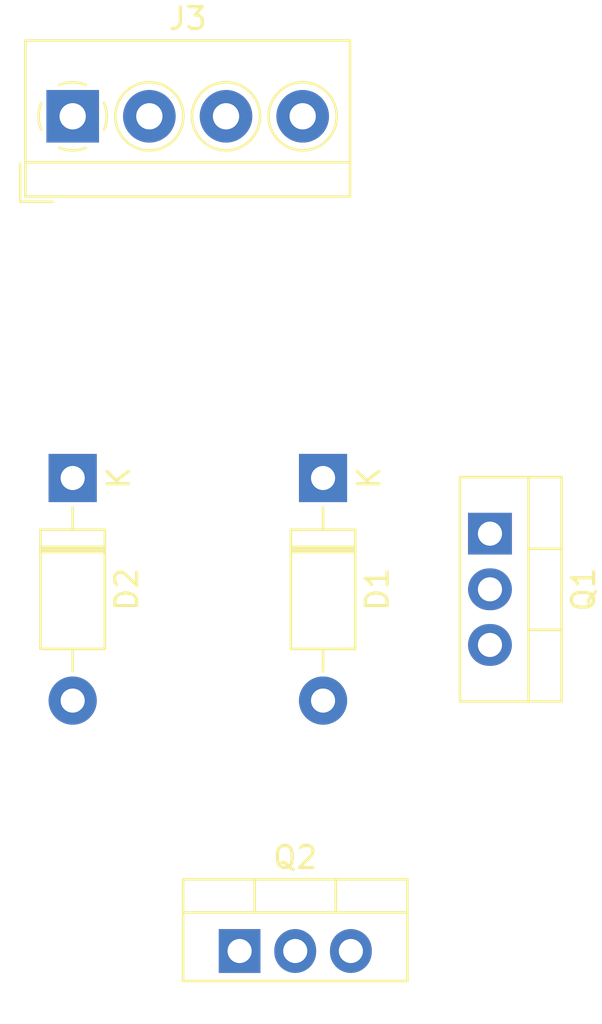
<source format=kicad_pcb>
(kicad_pcb (version 20171130) (host pcbnew "(5.1.10-1-10_14)")

  (general
    (thickness 1.6)
    (drawings 0)
    (tracks 0)
    (zones 0)
    (modules 5)
    (nets 7)
  )

  (page A4)
  (layers
    (0 F.Cu signal)
    (31 B.Cu signal)
    (32 B.Adhes user)
    (33 F.Adhes user)
    (34 B.Paste user)
    (35 F.Paste user)
    (36 B.SilkS user)
    (37 F.SilkS user)
    (38 B.Mask user)
    (39 F.Mask user)
    (40 Dwgs.User user)
    (41 Cmts.User user)
    (42 Eco1.User user)
    (43 Eco2.User user)
    (44 Edge.Cuts user)
    (45 Margin user)
    (46 B.CrtYd user)
    (47 F.CrtYd user)
    (48 B.Fab user)
    (49 F.Fab user)
  )

  (setup
    (last_trace_width 0.25)
    (trace_clearance 0.2)
    (zone_clearance 0.508)
    (zone_45_only no)
    (trace_min 0.2)
    (via_size 0.8)
    (via_drill 0.4)
    (via_min_size 0.4)
    (via_min_drill 0.3)
    (uvia_size 0.3)
    (uvia_drill 0.1)
    (uvias_allowed no)
    (uvia_min_size 0.2)
    (uvia_min_drill 0.1)
    (edge_width 0.05)
    (segment_width 0.2)
    (pcb_text_width 0.3)
    (pcb_text_size 1.5 1.5)
    (mod_edge_width 0.12)
    (mod_text_size 1 1)
    (mod_text_width 0.15)
    (pad_size 1.524 1.524)
    (pad_drill 0.762)
    (pad_to_mask_clearance 0)
    (aux_axis_origin 0 0)
    (visible_elements FFFFFF7F)
    (pcbplotparams
      (layerselection 0x010fc_ffffffff)
      (usegerberextensions false)
      (usegerberattributes true)
      (usegerberadvancedattributes true)
      (creategerberjobfile true)
      (excludeedgelayer true)
      (linewidth 0.100000)
      (plotframeref false)
      (viasonmask false)
      (mode 1)
      (useauxorigin false)
      (hpglpennumber 1)
      (hpglpenspeed 20)
      (hpglpendiameter 15.000000)
      (psnegative false)
      (psa4output false)
      (plotreference true)
      (plotvalue true)
      (plotinvisibletext false)
      (padsonsilk false)
      (subtractmaskfromsilk false)
      (outputformat 1)
      (mirror false)
      (drillshape 1)
      (scaleselection 1)
      (outputdirectory ""))
  )

  (net 0 "")
  (net 1 "Net-(D1-Pad2)")
  (net 2 "Net-(D1-Pad1)")
  (net 3 "Net-(D2-Pad2)")
  (net 4 "Net-(J3-Pad4)")
  (net 5 "Net-(J3-Pad3)")
  (net 6 "Net-(J3-Pad2)")

  (net_class Default "This is the default net class."
    (clearance 0.2)
    (trace_width 0.25)
    (via_dia 0.8)
    (via_drill 0.4)
    (uvia_dia 0.3)
    (uvia_drill 0.1)
    (add_net "Net-(D1-Pad1)")
    (add_net "Net-(D1-Pad2)")
    (add_net "Net-(D2-Pad2)")
    (add_net "Net-(J3-Pad2)")
    (add_net "Net-(J3-Pad3)")
    (add_net "Net-(J3-Pad4)")
  )

  (module Package_TO_SOT_THT:TO-220-3_Vertical (layer F.Cu) (tedit 5AC8BA0D) (tstamp 617D830A)
    (at 195.58 101.6)
    (descr "TO-220-3, Vertical, RM 2.54mm, see https://www.vishay.com/docs/66542/to-220-1.pdf")
    (tags "TO-220-3 Vertical RM 2.54mm")
    (path /616D8C12)
    (fp_text reference Q2 (at 2.54 -4.27) (layer F.SilkS)
      (effects (font (size 1 1) (thickness 0.15)))
    )
    (fp_text value TIP120 (at 2.54 2.5) (layer F.Fab)
      (effects (font (size 1 1) (thickness 0.15)))
    )
    (fp_text user %R (at 2.54 -4.27) (layer F.Fab)
      (effects (font (size 1 1) (thickness 0.15)))
    )
    (fp_line (start -2.46 -3.15) (end -2.46 1.25) (layer F.Fab) (width 0.1))
    (fp_line (start -2.46 1.25) (end 7.54 1.25) (layer F.Fab) (width 0.1))
    (fp_line (start 7.54 1.25) (end 7.54 -3.15) (layer F.Fab) (width 0.1))
    (fp_line (start 7.54 -3.15) (end -2.46 -3.15) (layer F.Fab) (width 0.1))
    (fp_line (start -2.46 -1.88) (end 7.54 -1.88) (layer F.Fab) (width 0.1))
    (fp_line (start 0.69 -3.15) (end 0.69 -1.88) (layer F.Fab) (width 0.1))
    (fp_line (start 4.39 -3.15) (end 4.39 -1.88) (layer F.Fab) (width 0.1))
    (fp_line (start -2.58 -3.27) (end 7.66 -3.27) (layer F.SilkS) (width 0.12))
    (fp_line (start -2.58 1.371) (end 7.66 1.371) (layer F.SilkS) (width 0.12))
    (fp_line (start -2.58 -3.27) (end -2.58 1.371) (layer F.SilkS) (width 0.12))
    (fp_line (start 7.66 -3.27) (end 7.66 1.371) (layer F.SilkS) (width 0.12))
    (fp_line (start -2.58 -1.76) (end 7.66 -1.76) (layer F.SilkS) (width 0.12))
    (fp_line (start 0.69 -3.27) (end 0.69 -1.76) (layer F.SilkS) (width 0.12))
    (fp_line (start 4.391 -3.27) (end 4.391 -1.76) (layer F.SilkS) (width 0.12))
    (fp_line (start -2.71 -3.4) (end -2.71 1.51) (layer F.CrtYd) (width 0.05))
    (fp_line (start -2.71 1.51) (end 7.79 1.51) (layer F.CrtYd) (width 0.05))
    (fp_line (start 7.79 1.51) (end 7.79 -3.4) (layer F.CrtYd) (width 0.05))
    (fp_line (start 7.79 -3.4) (end -2.71 -3.4) (layer F.CrtYd) (width 0.05))
    (pad 3 thru_hole oval (at 5.08 0) (size 1.905 2) (drill 1.1) (layers *.Cu *.Mask)
      (net 6 "Net-(J3-Pad2)"))
    (pad 2 thru_hole oval (at 2.54 0) (size 1.905 2) (drill 1.1) (layers *.Cu *.Mask)
      (net 3 "Net-(D2-Pad2)"))
    (pad 1 thru_hole rect (at 0 0) (size 1.905 2) (drill 1.1) (layers *.Cu *.Mask)
      (net 5 "Net-(J3-Pad3)"))
    (model ${KICAD6_3DMODEL_DIR}/Package_TO_SOT_THT.3dshapes/TO-220-3_Vertical.wrl
      (at (xyz 0 0 0))
      (scale (xyz 1 1 1))
      (rotate (xyz 0 0 0))
    )
  )

  (module Package_TO_SOT_THT:TO-220-3_Vertical (layer F.Cu) (tedit 5AC8BA0D) (tstamp 617D82F0)
    (at 207.01 82.55 270)
    (descr "TO-220-3, Vertical, RM 2.54mm, see https://www.vishay.com/docs/66542/to-220-1.pdf")
    (tags "TO-220-3 Vertical RM 2.54mm")
    (path /616D0045)
    (fp_text reference Q1 (at 2.54 -4.27 90) (layer F.SilkS)
      (effects (font (size 1 1) (thickness 0.15)))
    )
    (fp_text value TIP120 (at 2.54 2.5 90) (layer F.Fab)
      (effects (font (size 1 1) (thickness 0.15)))
    )
    (fp_text user %R (at 2.54 -4.27 90) (layer F.Fab)
      (effects (font (size 1 1) (thickness 0.15)))
    )
    (fp_line (start -2.46 -3.15) (end -2.46 1.25) (layer F.Fab) (width 0.1))
    (fp_line (start -2.46 1.25) (end 7.54 1.25) (layer F.Fab) (width 0.1))
    (fp_line (start 7.54 1.25) (end 7.54 -3.15) (layer F.Fab) (width 0.1))
    (fp_line (start 7.54 -3.15) (end -2.46 -3.15) (layer F.Fab) (width 0.1))
    (fp_line (start -2.46 -1.88) (end 7.54 -1.88) (layer F.Fab) (width 0.1))
    (fp_line (start 0.69 -3.15) (end 0.69 -1.88) (layer F.Fab) (width 0.1))
    (fp_line (start 4.39 -3.15) (end 4.39 -1.88) (layer F.Fab) (width 0.1))
    (fp_line (start -2.58 -3.27) (end 7.66 -3.27) (layer F.SilkS) (width 0.12))
    (fp_line (start -2.58 1.371) (end 7.66 1.371) (layer F.SilkS) (width 0.12))
    (fp_line (start -2.58 -3.27) (end -2.58 1.371) (layer F.SilkS) (width 0.12))
    (fp_line (start 7.66 -3.27) (end 7.66 1.371) (layer F.SilkS) (width 0.12))
    (fp_line (start -2.58 -1.76) (end 7.66 -1.76) (layer F.SilkS) (width 0.12))
    (fp_line (start 0.69 -3.27) (end 0.69 -1.76) (layer F.SilkS) (width 0.12))
    (fp_line (start 4.391 -3.27) (end 4.391 -1.76) (layer F.SilkS) (width 0.12))
    (fp_line (start -2.71 -3.4) (end -2.71 1.51) (layer F.CrtYd) (width 0.05))
    (fp_line (start -2.71 1.51) (end 7.79 1.51) (layer F.CrtYd) (width 0.05))
    (fp_line (start 7.79 1.51) (end 7.79 -3.4) (layer F.CrtYd) (width 0.05))
    (fp_line (start 7.79 -3.4) (end -2.71 -3.4) (layer F.CrtYd) (width 0.05))
    (pad 3 thru_hole oval (at 5.08 0 270) (size 1.905 2) (drill 1.1) (layers *.Cu *.Mask)
      (net 6 "Net-(J3-Pad2)"))
    (pad 2 thru_hole oval (at 2.54 0 270) (size 1.905 2) (drill 1.1) (layers *.Cu *.Mask)
      (net 1 "Net-(D1-Pad2)"))
    (pad 1 thru_hole rect (at 0 0 270) (size 1.905 2) (drill 1.1) (layers *.Cu *.Mask)
      (net 4 "Net-(J3-Pad4)"))
    (model ${KICAD6_3DMODEL_DIR}/Package_TO_SOT_THT.3dshapes/TO-220-3_Vertical.wrl
      (at (xyz 0 0 0))
      (scale (xyz 1 1 1))
      (rotate (xyz 0 0 0))
    )
  )

  (module TerminalBlock_4Ucon:TerminalBlock_4Ucon_1x04_P3.50mm_Horizontal (layer F.Cu) (tedit 5B294E91) (tstamp 617D82D6)
    (at 187.96 63.5)
    (descr "Terminal Block 4Ucon ItemNo. 20001, 4 pins, pitch 3.5mm, size 14.7x7mm^2, drill diamater 1.2mm, pad diameter 2.4mm, see http://www.4uconnector.com/online/object/4udrawing/20001.pdf, script-generated using https://github.com/pointhi/kicad-footprint-generator/scripts/TerminalBlock_4Ucon")
    (tags "THT Terminal Block 4Ucon ItemNo. 20001 pitch 3.5mm size 14.7x7mm^2 drill 1.2mm pad 2.4mm")
    (path /617A2C7D)
    (fp_text reference J3 (at 5.25 -4.46) (layer F.SilkS)
      (effects (font (size 1 1) (thickness 0.15)))
    )
    (fp_text value Screw_Terminal_01x04 (at 5.25 4.66) (layer F.Fab)
      (effects (font (size 1 1) (thickness 0.15)))
    )
    (fp_text user %R (at 5.25 2.9) (layer F.Fab)
      (effects (font (size 1 1) (thickness 0.15)))
    )
    (fp_arc (start 0 0) (end -0.608 1.432) (angle -24) (layer F.SilkS) (width 0.12))
    (fp_arc (start 0 0) (end -1.432 -0.608) (angle -46) (layer F.SilkS) (width 0.12))
    (fp_arc (start 0 0) (end 0.608 -1.432) (angle -46) (layer F.SilkS) (width 0.12))
    (fp_arc (start 0 0) (end 1.432 0.608) (angle -46) (layer F.SilkS) (width 0.12))
    (fp_arc (start 0 0) (end 0 1.555) (angle -23) (layer F.SilkS) (width 0.12))
    (fp_circle (center 0 0) (end 1.375 0) (layer F.Fab) (width 0.1))
    (fp_circle (center 3.5 0) (end 4.875 0) (layer F.Fab) (width 0.1))
    (fp_circle (center 3.5 0) (end 5.055 0) (layer F.SilkS) (width 0.12))
    (fp_circle (center 7 0) (end 8.375 0) (layer F.Fab) (width 0.1))
    (fp_circle (center 7 0) (end 8.555 0) (layer F.SilkS) (width 0.12))
    (fp_circle (center 10.5 0) (end 11.875 0) (layer F.Fab) (width 0.1))
    (fp_circle (center 10.5 0) (end 12.055 0) (layer F.SilkS) (width 0.12))
    (fp_line (start -2.1 -3.4) (end 12.6 -3.4) (layer F.Fab) (width 0.1))
    (fp_line (start 12.6 -3.4) (end 12.6 3.6) (layer F.Fab) (width 0.1))
    (fp_line (start 12.6 3.6) (end -0.6 3.6) (layer F.Fab) (width 0.1))
    (fp_line (start -0.6 3.6) (end -2.1 2.1) (layer F.Fab) (width 0.1))
    (fp_line (start -2.1 2.1) (end -2.1 -3.4) (layer F.Fab) (width 0.1))
    (fp_line (start -2.1 2.1) (end 12.6 2.1) (layer F.Fab) (width 0.1))
    (fp_line (start -2.16 2.1) (end 12.66 2.1) (layer F.SilkS) (width 0.12))
    (fp_line (start -2.16 -3.46) (end 12.66 -3.46) (layer F.SilkS) (width 0.12))
    (fp_line (start -2.16 3.66) (end 12.66 3.66) (layer F.SilkS) (width 0.12))
    (fp_line (start -2.16 -3.46) (end -2.16 3.66) (layer F.SilkS) (width 0.12))
    (fp_line (start 12.66 -3.46) (end 12.66 3.66) (layer F.SilkS) (width 0.12))
    (fp_line (start -1.1 -0.069) (end -0.069 -0.069) (layer F.Fab) (width 0.1))
    (fp_line (start -0.069 -0.069) (end -0.069 -1.1) (layer F.Fab) (width 0.1))
    (fp_line (start -0.069 -1.1) (end 0.069 -1.1) (layer F.Fab) (width 0.1))
    (fp_line (start 0.069 -1.1) (end 0.069 -0.069) (layer F.Fab) (width 0.1))
    (fp_line (start 0.069 -0.069) (end 1.1 -0.069) (layer F.Fab) (width 0.1))
    (fp_line (start 1.1 -0.069) (end 1.1 0.069) (layer F.Fab) (width 0.1))
    (fp_line (start 1.1 0.069) (end 0.069 0.069) (layer F.Fab) (width 0.1))
    (fp_line (start 0.069 0.069) (end 0.069 1.1) (layer F.Fab) (width 0.1))
    (fp_line (start 0.069 1.1) (end -0.069 1.1) (layer F.Fab) (width 0.1))
    (fp_line (start -0.069 1.1) (end -0.069 0.069) (layer F.Fab) (width 0.1))
    (fp_line (start -0.069 0.069) (end -1.1 0.069) (layer F.Fab) (width 0.1))
    (fp_line (start -1.1 0.069) (end -1.1 -0.069) (layer F.Fab) (width 0.1))
    (fp_line (start 2.4 -0.069) (end 3.431 -0.069) (layer F.Fab) (width 0.1))
    (fp_line (start 3.431 -0.069) (end 3.431 -1.1) (layer F.Fab) (width 0.1))
    (fp_line (start 3.431 -1.1) (end 3.569 -1.1) (layer F.Fab) (width 0.1))
    (fp_line (start 3.569 -1.1) (end 3.569 -0.069) (layer F.Fab) (width 0.1))
    (fp_line (start 3.569 -0.069) (end 4.6 -0.069) (layer F.Fab) (width 0.1))
    (fp_line (start 4.6 -0.069) (end 4.6 0.069) (layer F.Fab) (width 0.1))
    (fp_line (start 4.6 0.069) (end 3.569 0.069) (layer F.Fab) (width 0.1))
    (fp_line (start 3.569 0.069) (end 3.569 1.1) (layer F.Fab) (width 0.1))
    (fp_line (start 3.569 1.1) (end 3.431 1.1) (layer F.Fab) (width 0.1))
    (fp_line (start 3.431 1.1) (end 3.431 0.069) (layer F.Fab) (width 0.1))
    (fp_line (start 3.431 0.069) (end 2.4 0.069) (layer F.Fab) (width 0.1))
    (fp_line (start 2.4 0.069) (end 2.4 -0.069) (layer F.Fab) (width 0.1))
    (fp_line (start 5.9 -0.069) (end 6.931 -0.069) (layer F.Fab) (width 0.1))
    (fp_line (start 6.931 -0.069) (end 6.931 -1.1) (layer F.Fab) (width 0.1))
    (fp_line (start 6.931 -1.1) (end 7.069 -1.1) (layer F.Fab) (width 0.1))
    (fp_line (start 7.069 -1.1) (end 7.069 -0.069) (layer F.Fab) (width 0.1))
    (fp_line (start 7.069 -0.069) (end 8.1 -0.069) (layer F.Fab) (width 0.1))
    (fp_line (start 8.1 -0.069) (end 8.1 0.069) (layer F.Fab) (width 0.1))
    (fp_line (start 8.1 0.069) (end 7.069 0.069) (layer F.Fab) (width 0.1))
    (fp_line (start 7.069 0.069) (end 7.069 1.1) (layer F.Fab) (width 0.1))
    (fp_line (start 7.069 1.1) (end 6.931 1.1) (layer F.Fab) (width 0.1))
    (fp_line (start 6.931 1.1) (end 6.931 0.069) (layer F.Fab) (width 0.1))
    (fp_line (start 6.931 0.069) (end 5.9 0.069) (layer F.Fab) (width 0.1))
    (fp_line (start 5.9 0.069) (end 5.9 -0.069) (layer F.Fab) (width 0.1))
    (fp_line (start 9.4 -0.069) (end 10.431 -0.069) (layer F.Fab) (width 0.1))
    (fp_line (start 10.431 -0.069) (end 10.431 -1.1) (layer F.Fab) (width 0.1))
    (fp_line (start 10.431 -1.1) (end 10.569 -1.1) (layer F.Fab) (width 0.1))
    (fp_line (start 10.569 -1.1) (end 10.569 -0.069) (layer F.Fab) (width 0.1))
    (fp_line (start 10.569 -0.069) (end 11.6 -0.069) (layer F.Fab) (width 0.1))
    (fp_line (start 11.6 -0.069) (end 11.6 0.069) (layer F.Fab) (width 0.1))
    (fp_line (start 11.6 0.069) (end 10.569 0.069) (layer F.Fab) (width 0.1))
    (fp_line (start 10.569 0.069) (end 10.569 1.1) (layer F.Fab) (width 0.1))
    (fp_line (start 10.569 1.1) (end 10.431 1.1) (layer F.Fab) (width 0.1))
    (fp_line (start 10.431 1.1) (end 10.431 0.069) (layer F.Fab) (width 0.1))
    (fp_line (start 10.431 0.069) (end 9.4 0.069) (layer F.Fab) (width 0.1))
    (fp_line (start 9.4 0.069) (end 9.4 -0.069) (layer F.Fab) (width 0.1))
    (fp_line (start -2.4 2.16) (end -2.4 3.9) (layer F.SilkS) (width 0.12))
    (fp_line (start -2.4 3.9) (end -0.9 3.9) (layer F.SilkS) (width 0.12))
    (fp_line (start -2.6 -3.9) (end -2.6 4.1) (layer F.CrtYd) (width 0.05))
    (fp_line (start -2.6 4.1) (end 13.1 4.1) (layer F.CrtYd) (width 0.05))
    (fp_line (start 13.1 4.1) (end 13.1 -3.9) (layer F.CrtYd) (width 0.05))
    (fp_line (start 13.1 -3.9) (end -2.6 -3.9) (layer F.CrtYd) (width 0.05))
    (pad 4 thru_hole circle (at 10.5 0) (size 2.4 2.4) (drill 1.2) (layers *.Cu *.Mask)
      (net 4 "Net-(J3-Pad4)"))
    (pad 3 thru_hole circle (at 7 0) (size 2.4 2.4) (drill 1.2) (layers *.Cu *.Mask)
      (net 5 "Net-(J3-Pad3)"))
    (pad 2 thru_hole circle (at 3.5 0) (size 2.4 2.4) (drill 1.2) (layers *.Cu *.Mask)
      (net 6 "Net-(J3-Pad2)"))
    (pad 1 thru_hole rect (at 0 0) (size 2.4 2.4) (drill 1.2) (layers *.Cu *.Mask)
      (net 2 "Net-(D1-Pad1)"))
    (model ${KICAD6_3DMODEL_DIR}/TerminalBlock_4Ucon.3dshapes/TerminalBlock_4Ucon_1x04_P3.50mm_Horizontal.wrl
      (at (xyz 0 0 0))
      (scale (xyz 1 1 1))
      (rotate (xyz 0 0 0))
    )
  )

  (module Diode_THT:D_DO-41_SOD81_P10.16mm_Horizontal (layer F.Cu) (tedit 5AE50CD5) (tstamp 617D8280)
    (at 187.96 80.01 270)
    (descr "Diode, DO-41_SOD81 series, Axial, Horizontal, pin pitch=10.16mm, , length*diameter=5.2*2.7mm^2, , http://www.diodes.com/_files/packages/DO-41%20(Plastic).pdf")
    (tags "Diode DO-41_SOD81 series Axial Horizontal pin pitch 10.16mm  length 5.2mm diameter 2.7mm")
    (path /616D715D)
    (fp_text reference D2 (at 5.08 -2.47 90) (layer F.SilkS)
      (effects (font (size 1 1) (thickness 0.15)))
    )
    (fp_text value 1N4007 (at 5.08 2.47 90) (layer F.Fab)
      (effects (font (size 1 1) (thickness 0.15)))
    )
    (fp_text user K (at 0 -2.1 90) (layer F.SilkS)
      (effects (font (size 1 1) (thickness 0.15)))
    )
    (fp_text user K (at 0 -2.1 90) (layer F.Fab)
      (effects (font (size 1 1) (thickness 0.15)))
    )
    (fp_text user %R (at 5.47 0 90) (layer F.Fab)
      (effects (font (size 1 1) (thickness 0.15)))
    )
    (fp_line (start 2.48 -1.35) (end 2.48 1.35) (layer F.Fab) (width 0.1))
    (fp_line (start 2.48 1.35) (end 7.68 1.35) (layer F.Fab) (width 0.1))
    (fp_line (start 7.68 1.35) (end 7.68 -1.35) (layer F.Fab) (width 0.1))
    (fp_line (start 7.68 -1.35) (end 2.48 -1.35) (layer F.Fab) (width 0.1))
    (fp_line (start 0 0) (end 2.48 0) (layer F.Fab) (width 0.1))
    (fp_line (start 10.16 0) (end 7.68 0) (layer F.Fab) (width 0.1))
    (fp_line (start 3.26 -1.35) (end 3.26 1.35) (layer F.Fab) (width 0.1))
    (fp_line (start 3.36 -1.35) (end 3.36 1.35) (layer F.Fab) (width 0.1))
    (fp_line (start 3.16 -1.35) (end 3.16 1.35) (layer F.Fab) (width 0.1))
    (fp_line (start 2.36 -1.47) (end 2.36 1.47) (layer F.SilkS) (width 0.12))
    (fp_line (start 2.36 1.47) (end 7.8 1.47) (layer F.SilkS) (width 0.12))
    (fp_line (start 7.8 1.47) (end 7.8 -1.47) (layer F.SilkS) (width 0.12))
    (fp_line (start 7.8 -1.47) (end 2.36 -1.47) (layer F.SilkS) (width 0.12))
    (fp_line (start 1.34 0) (end 2.36 0) (layer F.SilkS) (width 0.12))
    (fp_line (start 8.82 0) (end 7.8 0) (layer F.SilkS) (width 0.12))
    (fp_line (start 3.26 -1.47) (end 3.26 1.47) (layer F.SilkS) (width 0.12))
    (fp_line (start 3.38 -1.47) (end 3.38 1.47) (layer F.SilkS) (width 0.12))
    (fp_line (start 3.14 -1.47) (end 3.14 1.47) (layer F.SilkS) (width 0.12))
    (fp_line (start -1.35 -1.6) (end -1.35 1.6) (layer F.CrtYd) (width 0.05))
    (fp_line (start -1.35 1.6) (end 11.51 1.6) (layer F.CrtYd) (width 0.05))
    (fp_line (start 11.51 1.6) (end 11.51 -1.6) (layer F.CrtYd) (width 0.05))
    (fp_line (start 11.51 -1.6) (end -1.35 -1.6) (layer F.CrtYd) (width 0.05))
    (pad 2 thru_hole oval (at 10.16 0 270) (size 2.2 2.2) (drill 1.1) (layers *.Cu *.Mask)
      (net 3 "Net-(D2-Pad2)"))
    (pad 1 thru_hole rect (at 0 0 270) (size 2.2 2.2) (drill 1.1) (layers *.Cu *.Mask)
      (net 2 "Net-(D1-Pad1)"))
    (model ${KICAD6_3DMODEL_DIR}/Diode_THT.3dshapes/D_DO-41_SOD81_P10.16mm_Horizontal.wrl
      (at (xyz 0 0 0))
      (scale (xyz 1 1 1))
      (rotate (xyz 0 0 0))
    )
  )

  (module Diode_THT:D_DO-41_SOD81_P10.16mm_Horizontal (layer F.Cu) (tedit 5AE50CD5) (tstamp 617D8261)
    (at 199.39 80.01 270)
    (descr "Diode, DO-41_SOD81 series, Axial, Horizontal, pin pitch=10.16mm, , length*diameter=5.2*2.7mm^2, , http://www.diodes.com/_files/packages/DO-41%20(Plastic).pdf")
    (tags "Diode DO-41_SOD81 series Axial Horizontal pin pitch 10.16mm  length 5.2mm diameter 2.7mm")
    (path /616CB060)
    (fp_text reference D1 (at 5.08 -2.47 90) (layer F.SilkS)
      (effects (font (size 1 1) (thickness 0.15)))
    )
    (fp_text value 1N4007 (at 5.08 2.47 90) (layer F.Fab)
      (effects (font (size 1 1) (thickness 0.15)))
    )
    (fp_text user K (at 0 -2.1 90) (layer F.SilkS)
      (effects (font (size 1 1) (thickness 0.15)))
    )
    (fp_text user K (at 0 -2.1 90) (layer F.Fab)
      (effects (font (size 1 1) (thickness 0.15)))
    )
    (fp_text user %R (at 5.47 0 90) (layer F.Fab)
      (effects (font (size 1 1) (thickness 0.15)))
    )
    (fp_line (start 2.48 -1.35) (end 2.48 1.35) (layer F.Fab) (width 0.1))
    (fp_line (start 2.48 1.35) (end 7.68 1.35) (layer F.Fab) (width 0.1))
    (fp_line (start 7.68 1.35) (end 7.68 -1.35) (layer F.Fab) (width 0.1))
    (fp_line (start 7.68 -1.35) (end 2.48 -1.35) (layer F.Fab) (width 0.1))
    (fp_line (start 0 0) (end 2.48 0) (layer F.Fab) (width 0.1))
    (fp_line (start 10.16 0) (end 7.68 0) (layer F.Fab) (width 0.1))
    (fp_line (start 3.26 -1.35) (end 3.26 1.35) (layer F.Fab) (width 0.1))
    (fp_line (start 3.36 -1.35) (end 3.36 1.35) (layer F.Fab) (width 0.1))
    (fp_line (start 3.16 -1.35) (end 3.16 1.35) (layer F.Fab) (width 0.1))
    (fp_line (start 2.36 -1.47) (end 2.36 1.47) (layer F.SilkS) (width 0.12))
    (fp_line (start 2.36 1.47) (end 7.8 1.47) (layer F.SilkS) (width 0.12))
    (fp_line (start 7.8 1.47) (end 7.8 -1.47) (layer F.SilkS) (width 0.12))
    (fp_line (start 7.8 -1.47) (end 2.36 -1.47) (layer F.SilkS) (width 0.12))
    (fp_line (start 1.34 0) (end 2.36 0) (layer F.SilkS) (width 0.12))
    (fp_line (start 8.82 0) (end 7.8 0) (layer F.SilkS) (width 0.12))
    (fp_line (start 3.26 -1.47) (end 3.26 1.47) (layer F.SilkS) (width 0.12))
    (fp_line (start 3.38 -1.47) (end 3.38 1.47) (layer F.SilkS) (width 0.12))
    (fp_line (start 3.14 -1.47) (end 3.14 1.47) (layer F.SilkS) (width 0.12))
    (fp_line (start -1.35 -1.6) (end -1.35 1.6) (layer F.CrtYd) (width 0.05))
    (fp_line (start -1.35 1.6) (end 11.51 1.6) (layer F.CrtYd) (width 0.05))
    (fp_line (start 11.51 1.6) (end 11.51 -1.6) (layer F.CrtYd) (width 0.05))
    (fp_line (start 11.51 -1.6) (end -1.35 -1.6) (layer F.CrtYd) (width 0.05))
    (pad 2 thru_hole oval (at 10.16 0 270) (size 2.2 2.2) (drill 1.1) (layers *.Cu *.Mask)
      (net 1 "Net-(D1-Pad2)"))
    (pad 1 thru_hole rect (at 0 0 270) (size 2.2 2.2) (drill 1.1) (layers *.Cu *.Mask)
      (net 2 "Net-(D1-Pad1)"))
    (model ${KICAD6_3DMODEL_DIR}/Diode_THT.3dshapes/D_DO-41_SOD81_P10.16mm_Horizontal.wrl
      (at (xyz 0 0 0))
      (scale (xyz 1 1 1))
      (rotate (xyz 0 0 0))
    )
  )

)

</source>
